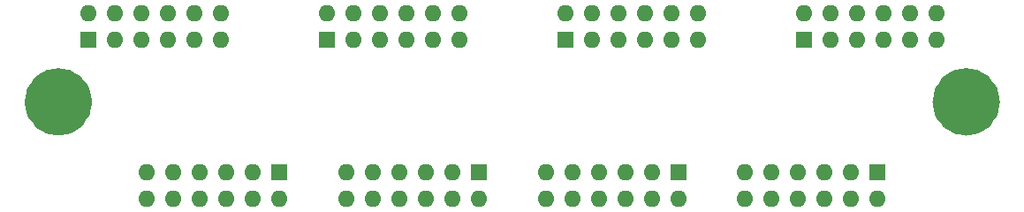
<source format=gts>
%TF.GenerationSoftware,KiCad,Pcbnew,(7.0.0)*%
%TF.CreationDate,2023-03-12T18:56:36+09:00*%
%TF.ProjectId,TangPrimer_PmodExtender,54616e67-5072-4696-9d65-725f506d6f64,rev?*%
%TF.SameCoordinates,Original*%
%TF.FileFunction,Soldermask,Top*%
%TF.FilePolarity,Negative*%
%FSLAX46Y46*%
G04 Gerber Fmt 4.6, Leading zero omitted, Abs format (unit mm)*
G04 Created by KiCad (PCBNEW (7.0.0)) date 2023-03-12 18:56:36*
%MOMM*%
%LPD*%
G01*
G04 APERTURE LIST*
%ADD10C,3.250000*%
%ADD11R,1.600000X1.600000*%
%ADD12O,1.600000X1.600000*%
%ADD13C,3.200000*%
G04 APERTURE END LIST*
%TO.C,H1*%
D10*
X68125000Y-47000000D02*
G75*
G03*
X68125000Y-47000000I-1625000J0D01*
G01*
%TO.C,H2*%
X155125000Y-47000000D02*
G75*
G03*
X155125000Y-47000000I-1625000J0D01*
G01*
%TD*%
D11*
%TO.C,J7*%
X92219999Y-41029999D03*
D12*
X94759999Y-41029999D03*
X97299999Y-41029999D03*
X99839999Y-41029999D03*
X102379999Y-41029999D03*
X104919999Y-41029999D03*
X92219999Y-38489999D03*
X94759999Y-38489999D03*
X97299999Y-38489999D03*
X99839999Y-38489999D03*
X102379999Y-38489999D03*
X104919999Y-38489999D03*
%TD*%
D11*
%TO.C,J6*%
X115079999Y-41029999D03*
D12*
X117619999Y-41029999D03*
X120159999Y-41029999D03*
X122699999Y-41029999D03*
X125239999Y-41029999D03*
X127779999Y-41029999D03*
X115079999Y-38489999D03*
X117619999Y-38489999D03*
X120159999Y-38489999D03*
X122699999Y-38489999D03*
X125239999Y-38489999D03*
X127779999Y-38489999D03*
%TD*%
D13*
%TO.C,H1*%
X66500000Y-47000000D03*
%TD*%
D11*
%TO.C,J8*%
X69359999Y-41029999D03*
D12*
X71899999Y-41029999D03*
X74439999Y-41029999D03*
X76979999Y-41029999D03*
X79519999Y-41029999D03*
X82059999Y-41029999D03*
X69359999Y-38489999D03*
X71899999Y-38489999D03*
X74439999Y-38489999D03*
X76979999Y-38489999D03*
X79519999Y-38489999D03*
X82059999Y-38489999D03*
%TD*%
D11*
%TO.C,J5*%
X137939999Y-41029999D03*
D12*
X140479999Y-41029999D03*
X143019999Y-41029999D03*
X145559999Y-41029999D03*
X148099999Y-41029999D03*
X150639999Y-41029999D03*
X137939999Y-38489999D03*
X140479999Y-38489999D03*
X143019999Y-38489999D03*
X145559999Y-38489999D03*
X148099999Y-38489999D03*
X150639999Y-38489999D03*
%TD*%
D13*
%TO.C,H2*%
X153500000Y-47000000D03*
%TD*%
D11*
%TO.C,J3*%
X106799999Y-53729999D03*
D12*
X104259999Y-53729999D03*
X101719999Y-53729999D03*
X99179999Y-53729999D03*
X96639999Y-53729999D03*
X94099999Y-53729999D03*
X106799999Y-56269999D03*
X104259999Y-56269999D03*
X101719999Y-56269999D03*
X99179999Y-56269999D03*
X96639999Y-56269999D03*
X94099999Y-56269999D03*
%TD*%
D11*
%TO.C,J4*%
X87699999Y-53729999D03*
D12*
X85159999Y-53729999D03*
X82619999Y-53729999D03*
X80079999Y-53729999D03*
X77539999Y-53729999D03*
X74999999Y-53729999D03*
X87699999Y-56269999D03*
X85159999Y-56269999D03*
X82619999Y-56269999D03*
X80079999Y-56269999D03*
X77539999Y-56269999D03*
X74999999Y-56269999D03*
%TD*%
D11*
%TO.C,J2*%
X125899999Y-53729999D03*
D12*
X123359999Y-53729999D03*
X120819999Y-53729999D03*
X118279999Y-53729999D03*
X115739999Y-53729999D03*
X113199999Y-53729999D03*
X125899999Y-56269999D03*
X123359999Y-56269999D03*
X120819999Y-56269999D03*
X118279999Y-56269999D03*
X115739999Y-56269999D03*
X113199999Y-56269999D03*
%TD*%
D11*
%TO.C,J1*%
X144999999Y-53729999D03*
D12*
X142459999Y-53729999D03*
X139919999Y-53729999D03*
X137379999Y-53729999D03*
X134839999Y-53729999D03*
X132299999Y-53729999D03*
X144999999Y-56269999D03*
X142459999Y-56269999D03*
X139919999Y-56269999D03*
X137379999Y-56269999D03*
X134839999Y-56269999D03*
X132299999Y-56269999D03*
%TD*%
M02*

</source>
